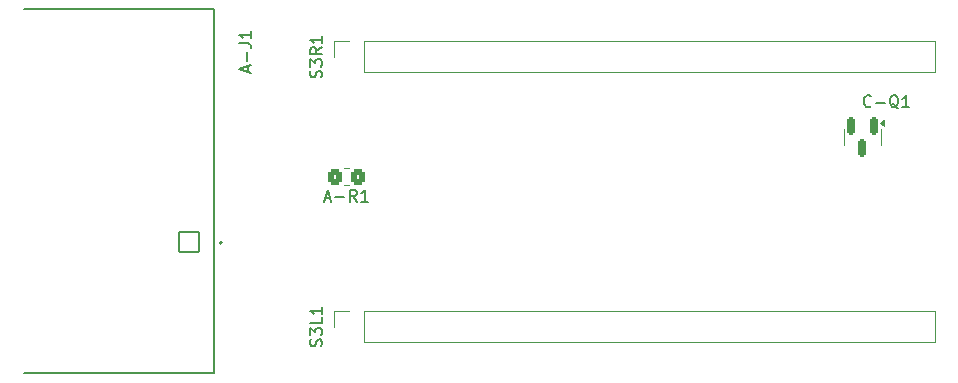
<source format=gto>
G04 #@! TF.GenerationSoftware,KiCad,Pcbnew,8.0.9-8.0.9-0~ubuntu20.04.1*
G04 #@! TF.CreationDate,2025-03-28T22:04:46+00:00*
G04 #@! TF.ProjectId,ggroohauga-bridge,6767726f-6f68-4617-9567-612d62726964,rev?*
G04 #@! TF.SameCoordinates,Original*
G04 #@! TF.FileFunction,Legend,Top*
G04 #@! TF.FilePolarity,Positive*
%FSLAX46Y46*%
G04 Gerber Fmt 4.6, Leading zero omitted, Abs format (unit mm)*
G04 Created by KiCad (PCBNEW 8.0.9-8.0.9-0~ubuntu20.04.1) date 2025-03-28 22:04:46*
%MOMM*%
%LPD*%
G01*
G04 APERTURE LIST*
G04 Aperture macros list*
%AMRoundRect*
0 Rectangle with rounded corners*
0 $1 Rounding radius*
0 $2 $3 $4 $5 $6 $7 $8 $9 X,Y pos of 4 corners*
0 Add a 4 corners polygon primitive as box body*
4,1,4,$2,$3,$4,$5,$6,$7,$8,$9,$2,$3,0*
0 Add four circle primitives for the rounded corners*
1,1,$1+$1,$2,$3*
1,1,$1+$1,$4,$5*
1,1,$1+$1,$6,$7*
1,1,$1+$1,$8,$9*
0 Add four rect primitives between the rounded corners*
20,1,$1+$1,$2,$3,$4,$5,0*
20,1,$1+$1,$4,$5,$6,$7,0*
20,1,$1+$1,$6,$7,$8,$9,0*
20,1,$1+$1,$8,$9,$2,$3,0*%
G04 Aperture macros list end*
%ADD10C,0.150000*%
%ADD11C,0.120000*%
%ADD12C,0.127000*%
%ADD13C,0.200000*%
%ADD14R,1.700000X1.700000*%
%ADD15O,1.700000X1.700000*%
%ADD16RoundRect,0.150000X-0.150000X0.587500X-0.150000X-0.587500X0.150000X-0.587500X0.150000X0.587500X0*%
%ADD17RoundRect,0.250000X0.350000X0.450000X-0.350000X0.450000X-0.350000X-0.450000X0.350000X-0.450000X0*%
%ADD18RoundRect,0.102000X-0.862500X0.862500X-0.862500X-0.862500X0.862500X-0.862500X0.862500X0.862500X0*%
%ADD19C,1.929000*%
%ADD20C,4.470000*%
G04 APERTURE END LIST*
D10*
X79171200Y-56348094D02*
X79218819Y-56205237D01*
X79218819Y-56205237D02*
X79218819Y-55967142D01*
X79218819Y-55967142D02*
X79171200Y-55871904D01*
X79171200Y-55871904D02*
X79123580Y-55824285D01*
X79123580Y-55824285D02*
X79028342Y-55776666D01*
X79028342Y-55776666D02*
X78933104Y-55776666D01*
X78933104Y-55776666D02*
X78837866Y-55824285D01*
X78837866Y-55824285D02*
X78790247Y-55871904D01*
X78790247Y-55871904D02*
X78742628Y-55967142D01*
X78742628Y-55967142D02*
X78695009Y-56157618D01*
X78695009Y-56157618D02*
X78647390Y-56252856D01*
X78647390Y-56252856D02*
X78599771Y-56300475D01*
X78599771Y-56300475D02*
X78504533Y-56348094D01*
X78504533Y-56348094D02*
X78409295Y-56348094D01*
X78409295Y-56348094D02*
X78314057Y-56300475D01*
X78314057Y-56300475D02*
X78266438Y-56252856D01*
X78266438Y-56252856D02*
X78218819Y-56157618D01*
X78218819Y-56157618D02*
X78218819Y-55919523D01*
X78218819Y-55919523D02*
X78266438Y-55776666D01*
X78218819Y-55443332D02*
X78218819Y-54824285D01*
X78218819Y-54824285D02*
X78599771Y-55157618D01*
X78599771Y-55157618D02*
X78599771Y-55014761D01*
X78599771Y-55014761D02*
X78647390Y-54919523D01*
X78647390Y-54919523D02*
X78695009Y-54871904D01*
X78695009Y-54871904D02*
X78790247Y-54824285D01*
X78790247Y-54824285D02*
X79028342Y-54824285D01*
X79028342Y-54824285D02*
X79123580Y-54871904D01*
X79123580Y-54871904D02*
X79171200Y-54919523D01*
X79171200Y-54919523D02*
X79218819Y-55014761D01*
X79218819Y-55014761D02*
X79218819Y-55300475D01*
X79218819Y-55300475D02*
X79171200Y-55395713D01*
X79171200Y-55395713D02*
X79123580Y-55443332D01*
X79218819Y-53824285D02*
X78742628Y-54157618D01*
X79218819Y-54395713D02*
X78218819Y-54395713D01*
X78218819Y-54395713D02*
X78218819Y-54014761D01*
X78218819Y-54014761D02*
X78266438Y-53919523D01*
X78266438Y-53919523D02*
X78314057Y-53871904D01*
X78314057Y-53871904D02*
X78409295Y-53824285D01*
X78409295Y-53824285D02*
X78552152Y-53824285D01*
X78552152Y-53824285D02*
X78647390Y-53871904D01*
X78647390Y-53871904D02*
X78695009Y-53919523D01*
X78695009Y-53919523D02*
X78742628Y-54014761D01*
X78742628Y-54014761D02*
X78742628Y-54395713D01*
X79218819Y-52871904D02*
X79218819Y-53443332D01*
X79218819Y-53157618D02*
X78218819Y-53157618D01*
X78218819Y-53157618D02*
X78361676Y-53252856D01*
X78361676Y-53252856D02*
X78456914Y-53348094D01*
X78456914Y-53348094D02*
X78504533Y-53443332D01*
X125690476Y-58779580D02*
X125642857Y-58827200D01*
X125642857Y-58827200D02*
X125500000Y-58874819D01*
X125500000Y-58874819D02*
X125404762Y-58874819D01*
X125404762Y-58874819D02*
X125261905Y-58827200D01*
X125261905Y-58827200D02*
X125166667Y-58731961D01*
X125166667Y-58731961D02*
X125119048Y-58636723D01*
X125119048Y-58636723D02*
X125071429Y-58446247D01*
X125071429Y-58446247D02*
X125071429Y-58303390D01*
X125071429Y-58303390D02*
X125119048Y-58112914D01*
X125119048Y-58112914D02*
X125166667Y-58017676D01*
X125166667Y-58017676D02*
X125261905Y-57922438D01*
X125261905Y-57922438D02*
X125404762Y-57874819D01*
X125404762Y-57874819D02*
X125500000Y-57874819D01*
X125500000Y-57874819D02*
X125642857Y-57922438D01*
X125642857Y-57922438D02*
X125690476Y-57970057D01*
X126119048Y-58493866D02*
X126880953Y-58493866D01*
X128023809Y-58970057D02*
X127928571Y-58922438D01*
X127928571Y-58922438D02*
X127833333Y-58827200D01*
X127833333Y-58827200D02*
X127690476Y-58684342D01*
X127690476Y-58684342D02*
X127595238Y-58636723D01*
X127595238Y-58636723D02*
X127500000Y-58636723D01*
X127547619Y-58874819D02*
X127452381Y-58827200D01*
X127452381Y-58827200D02*
X127357143Y-58731961D01*
X127357143Y-58731961D02*
X127309524Y-58541485D01*
X127309524Y-58541485D02*
X127309524Y-58208152D01*
X127309524Y-58208152D02*
X127357143Y-58017676D01*
X127357143Y-58017676D02*
X127452381Y-57922438D01*
X127452381Y-57922438D02*
X127547619Y-57874819D01*
X127547619Y-57874819D02*
X127738095Y-57874819D01*
X127738095Y-57874819D02*
X127833333Y-57922438D01*
X127833333Y-57922438D02*
X127928571Y-58017676D01*
X127928571Y-58017676D02*
X127976190Y-58208152D01*
X127976190Y-58208152D02*
X127976190Y-58541485D01*
X127976190Y-58541485D02*
X127928571Y-58731961D01*
X127928571Y-58731961D02*
X127833333Y-58827200D01*
X127833333Y-58827200D02*
X127738095Y-58874819D01*
X127738095Y-58874819D02*
X127547619Y-58874819D01*
X128928571Y-58874819D02*
X128357143Y-58874819D01*
X128642857Y-58874819D02*
X128642857Y-57874819D01*
X128642857Y-57874819D02*
X128547619Y-58017676D01*
X128547619Y-58017676D02*
X128452381Y-58112914D01*
X128452381Y-58112914D02*
X128357143Y-58160533D01*
X79171200Y-79112856D02*
X79218819Y-78969999D01*
X79218819Y-78969999D02*
X79218819Y-78731904D01*
X79218819Y-78731904D02*
X79171200Y-78636666D01*
X79171200Y-78636666D02*
X79123580Y-78589047D01*
X79123580Y-78589047D02*
X79028342Y-78541428D01*
X79028342Y-78541428D02*
X78933104Y-78541428D01*
X78933104Y-78541428D02*
X78837866Y-78589047D01*
X78837866Y-78589047D02*
X78790247Y-78636666D01*
X78790247Y-78636666D02*
X78742628Y-78731904D01*
X78742628Y-78731904D02*
X78695009Y-78922380D01*
X78695009Y-78922380D02*
X78647390Y-79017618D01*
X78647390Y-79017618D02*
X78599771Y-79065237D01*
X78599771Y-79065237D02*
X78504533Y-79112856D01*
X78504533Y-79112856D02*
X78409295Y-79112856D01*
X78409295Y-79112856D02*
X78314057Y-79065237D01*
X78314057Y-79065237D02*
X78266438Y-79017618D01*
X78266438Y-79017618D02*
X78218819Y-78922380D01*
X78218819Y-78922380D02*
X78218819Y-78684285D01*
X78218819Y-78684285D02*
X78266438Y-78541428D01*
X78218819Y-78208094D02*
X78218819Y-77589047D01*
X78218819Y-77589047D02*
X78599771Y-77922380D01*
X78599771Y-77922380D02*
X78599771Y-77779523D01*
X78599771Y-77779523D02*
X78647390Y-77684285D01*
X78647390Y-77684285D02*
X78695009Y-77636666D01*
X78695009Y-77636666D02*
X78790247Y-77589047D01*
X78790247Y-77589047D02*
X79028342Y-77589047D01*
X79028342Y-77589047D02*
X79123580Y-77636666D01*
X79123580Y-77636666D02*
X79171200Y-77684285D01*
X79171200Y-77684285D02*
X79218819Y-77779523D01*
X79218819Y-77779523D02*
X79218819Y-78065237D01*
X79218819Y-78065237D02*
X79171200Y-78160475D01*
X79171200Y-78160475D02*
X79123580Y-78208094D01*
X79218819Y-76684285D02*
X79218819Y-77160475D01*
X79218819Y-77160475D02*
X78218819Y-77160475D01*
X79218819Y-75827142D02*
X79218819Y-76398570D01*
X79218819Y-76112856D02*
X78218819Y-76112856D01*
X78218819Y-76112856D02*
X78361676Y-76208094D01*
X78361676Y-76208094D02*
X78456914Y-76303332D01*
X78456914Y-76303332D02*
X78504533Y-76398570D01*
X79446667Y-66589104D02*
X79922857Y-66589104D01*
X79351429Y-66874819D02*
X79684762Y-65874819D01*
X79684762Y-65874819D02*
X80018095Y-66874819D01*
X80351429Y-66493866D02*
X81113334Y-66493866D01*
X82160952Y-66874819D02*
X81827619Y-66398628D01*
X81589524Y-66874819D02*
X81589524Y-65874819D01*
X81589524Y-65874819D02*
X81970476Y-65874819D01*
X81970476Y-65874819D02*
X82065714Y-65922438D01*
X82065714Y-65922438D02*
X82113333Y-65970057D01*
X82113333Y-65970057D02*
X82160952Y-66065295D01*
X82160952Y-66065295D02*
X82160952Y-66208152D01*
X82160952Y-66208152D02*
X82113333Y-66303390D01*
X82113333Y-66303390D02*
X82065714Y-66351009D01*
X82065714Y-66351009D02*
X81970476Y-66398628D01*
X81970476Y-66398628D02*
X81589524Y-66398628D01*
X83113333Y-66874819D02*
X82541905Y-66874819D01*
X82827619Y-66874819D02*
X82827619Y-65874819D01*
X82827619Y-65874819D02*
X82732381Y-66017676D01*
X82732381Y-66017676D02*
X82637143Y-66112914D01*
X82637143Y-66112914D02*
X82541905Y-66160533D01*
X72933704Y-55878485D02*
X72933704Y-55402295D01*
X73219419Y-55973723D02*
X72219419Y-55640390D01*
X72219419Y-55640390D02*
X73219419Y-55307057D01*
X72838466Y-54973723D02*
X72838466Y-54211819D01*
X72219419Y-53449914D02*
X72933704Y-53449914D01*
X72933704Y-53449914D02*
X73076561Y-53497533D01*
X73076561Y-53497533D02*
X73171800Y-53592771D01*
X73171800Y-53592771D02*
X73219419Y-53735628D01*
X73219419Y-53735628D02*
X73219419Y-53830866D01*
X73219419Y-52449914D02*
X73219419Y-53021342D01*
X73219419Y-52735628D02*
X72219419Y-52735628D01*
X72219419Y-52735628D02*
X72362276Y-52830866D01*
X72362276Y-52830866D02*
X72457514Y-52926104D01*
X72457514Y-52926104D02*
X72505133Y-53021342D01*
D11*
X80204000Y-53280000D02*
X81534000Y-53280000D01*
X80204000Y-54610000D02*
X80204000Y-53280000D01*
X82804000Y-53280000D02*
X131124000Y-53280000D01*
X82804000Y-55940000D02*
X82804000Y-53280000D01*
X82804000Y-55940000D02*
X131124000Y-55940000D01*
X131124000Y-55940000D02*
X131124000Y-53280000D01*
X123408000Y-61389500D02*
X123408000Y-60739500D01*
X123408000Y-61389500D02*
X123408000Y-62039500D01*
X126528000Y-61389500D02*
X126528000Y-60739500D01*
X126528000Y-61389500D02*
X126528000Y-62039500D01*
X126808000Y-60467000D02*
X126478000Y-60227000D01*
X126808000Y-59987000D01*
X126808000Y-60467000D01*
G36*
X126808000Y-60467000D02*
G01*
X126478000Y-60227000D01*
X126808000Y-59987000D01*
X126808000Y-60467000D01*
G37*
X80204000Y-76140000D02*
X81534000Y-76140000D01*
X80204000Y-77470000D02*
X80204000Y-76140000D01*
X82804000Y-76140000D02*
X131124000Y-76140000D01*
X82804000Y-78800000D02*
X82804000Y-76140000D01*
X82804000Y-78800000D02*
X131124000Y-78800000D01*
X131124000Y-78800000D02*
X131124000Y-76140000D01*
X81507064Y-64035000D02*
X81052936Y-64035000D01*
X81507064Y-65505000D02*
X81052936Y-65505000D01*
D12*
X53949600Y-50584200D02*
X70049600Y-50584200D01*
X70049600Y-50584200D02*
X70049600Y-81394200D01*
X70049600Y-81394200D02*
X53949600Y-81394200D01*
D13*
X70729600Y-70349200D02*
G75*
G02*
X70529600Y-70349200I-100000J0D01*
G01*
X70529600Y-70349200D02*
G75*
G02*
X70729600Y-70349200I100000J0D01*
G01*
%LPC*%
D14*
X81534000Y-54610000D03*
D15*
X84074000Y-54610000D03*
X86614000Y-54610000D03*
X89154000Y-54610000D03*
X91694000Y-54610000D03*
X94234000Y-54610000D03*
X96774000Y-54610000D03*
X99314000Y-54610000D03*
X101854000Y-54610000D03*
X104394000Y-54610000D03*
X106934000Y-54610000D03*
X109474000Y-54610000D03*
X112014000Y-54610000D03*
X114554000Y-54610000D03*
X117094000Y-54610000D03*
X119634000Y-54610000D03*
X122174000Y-54610000D03*
X124714000Y-54610000D03*
X127254000Y-54610000D03*
X129794000Y-54610000D03*
D16*
X125918000Y-60452000D03*
X124018000Y-60452000D03*
X124968000Y-62327000D03*
D14*
X81534000Y-77470000D03*
D15*
X84074000Y-77470000D03*
X86614000Y-77470000D03*
X89154000Y-77470000D03*
X91694000Y-77470000D03*
X94234000Y-77470000D03*
X96774000Y-77470000D03*
X99314000Y-77470000D03*
X101854000Y-77470000D03*
X104394000Y-77470000D03*
X106934000Y-77470000D03*
X109474000Y-77470000D03*
X112014000Y-77470000D03*
X114554000Y-77470000D03*
X117094000Y-77470000D03*
X119634000Y-77470000D03*
X122174000Y-77470000D03*
X124714000Y-77470000D03*
X127254000Y-77470000D03*
X129794000Y-77470000D03*
D17*
X82280000Y-64770000D03*
X80280000Y-64770000D03*
D18*
X67919600Y-70319200D03*
D19*
X67919600Y-68029200D03*
X67919600Y-65739200D03*
X67919600Y-63449200D03*
X67919600Y-61159200D03*
X65379600Y-71464200D03*
X65379600Y-69174200D03*
X65379600Y-66884200D03*
X65379600Y-64594200D03*
X65379600Y-62304200D03*
X62839600Y-70319200D03*
X62839600Y-68029200D03*
X62839600Y-65739200D03*
X62839600Y-63449200D03*
X62839600Y-61159200D03*
D20*
X65379600Y-53494200D03*
X65379600Y-78484200D03*
D18*
X141427200Y-61659200D03*
D19*
X141427200Y-63949200D03*
X141427200Y-66239200D03*
X141427200Y-68529200D03*
X141427200Y-70819200D03*
X143967200Y-60514200D03*
X143967200Y-62804200D03*
X143967200Y-65094200D03*
X143967200Y-67384200D03*
X143967200Y-69674200D03*
X146507200Y-61659200D03*
X146507200Y-63949200D03*
X146507200Y-66239200D03*
X146507200Y-68529200D03*
X146507200Y-70819200D03*
D20*
X143967200Y-53494200D03*
X143967200Y-78484200D03*
%LPD*%
M02*

</source>
